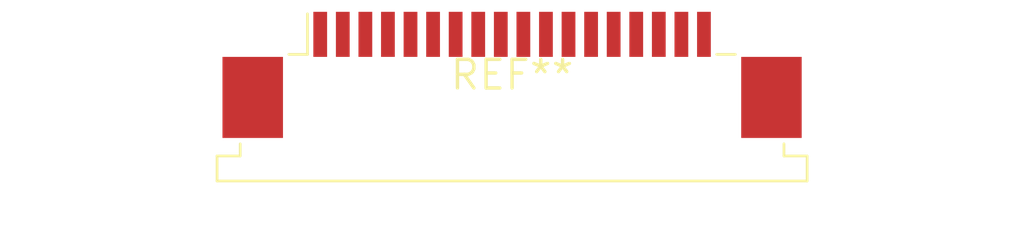
<source format=kicad_pcb>
(kicad_pcb (version 20240108) (generator pcbnew)
  (layers (0 "F.Cu" signal) (31 "B.Cu" signal) (34 "B.Paste" user) (35 "F.Paste" user) (36 "B.SilkS" user "B.Silkscreen") (37 "F.SilkS" user "F.Silkscreen") (38 "B.Mask" user) (39 "F.Mask" user) (44 "Edge.Cuts" user))
  (net 0 "")
  (footprint "TE_1-84952-8_1x18-1MP_P1.0mm_Horizontal" (layer "F.Cu") (at 0 0)
    (property "Reference" "REF**")
    (property "Value" "TE_1-84952-8_1x18-1MP_P1.0mm_Horizontal")
    (fp_line (start -13.07 3.6) (end -12.045 3.6) (layer "F.SilkS") (stroke (width 0.12)))
    (fp_line (start -13.07 4.71) (end -13.07 3.6) (layer "F.SilkS") (stroke (width 0.12)))
    (fp_line (start -12.045 3.6) (end -12.045 3.06) (layer "F.SilkS") (stroke (width 0.12)))
    (fp_line (start -9.89 -0.91) (end -9.065 -0.91) (layer "F.SilkS") (stroke (width 0.12)))
    (fp_line (start -9.065 -0.91) (end -9.065 -2.71) (layer "F.SilkS") (stroke (width 0.12)))
    (fp_line (start 9.065 -0.91) (end 9.89 -0.91) (layer "F.SilkS") (stroke (width 0.12)))
    (fp_line (start 12.045 3.06) (end 12.045 3.6) (layer "F.SilkS") (stroke (width 0.12)))
    (fp_line (start 12.045 3.6) (end 13.07 3.6) (layer "F.SilkS") (stroke (width 0.12)))
    (fp_line (start 13.07 3.6) (end 13.07 4.71) (layer "F.SilkS") (stroke (width 0.12)))
    (fp_line (start 13.07 4.71) (end -13.07 4.71) (layer "F.SilkS") (stroke (width 0.12)))
    (pad "1" smd rect (at -8.5 -1.8) (size 0.61 2) (layers "F.Cu" "F.Paste" "F.Mask"))
    (pad "2" smd rect (at -7.5 -1.8) (size 0.61 2) (layers "F.Cu" "F.Paste" "F.Mask"))
    (pad "3" smd rect (at -6.5 -1.8) (size 0.61 2) (layers "F.Cu" "F.Paste" "F.Mask"))
    (pad "4" smd rect (at -5.5 -1.8) (size 0.61 2) (layers "F.Cu" "F.Paste" "F.Mask"))
    (pad "5" smd rect (at -4.5 -1.8) (size 0.61 2) (layers "F.Cu" "F.Paste" "F.Mask"))
    (pad "6" smd rect (at -3.5 -1.8) (size 0.61 2) (layers "F.Cu" "F.Paste" "F.Mask"))
    (pad "7" smd rect (at -2.5 -1.8) (size 0.61 2) (layers "F.Cu" "F.Paste" "F.Mask"))
    (pad "8" smd rect (at -1.5 -1.8) (size 0.61 2) (layers "F.Cu" "F.Paste" "F.Mask"))
    (pad "9" smd rect (at -0.5 -1.8) (size 0.61 2) (layers "F.Cu" "F.Paste" "F.Mask"))
    (pad "10" smd rect (at 0.5 -1.8) (size 0.61 2) (layers "F.Cu" "F.Paste" "F.Mask"))
    (pad "11" smd rect (at 1.5 -1.8) (size 0.61 2) (layers "F.Cu" "F.Paste" "F.Mask"))
    (pad "12" smd rect (at 2.5 -1.8) (size 0.61 2) (layers "F.Cu" "F.Paste" "F.Mask"))
    (pad "13" smd rect (at 3.5 -1.8) (size 0.61 2) (layers "F.Cu" "F.Paste" "F.Mask"))
    (pad "14" smd rect (at 4.5 -1.8) (size 0.61 2) (layers "F.Cu" "F.Paste" "F.Mask"))
    (pad "15" smd rect (at 5.5 -1.8) (size 0.61 2) (layers "F.Cu" "F.Paste" "F.Mask"))
    (pad "16" smd rect (at 6.5 -1.8) (size 0.61 2) (layers "F.Cu" "F.Paste" "F.Mask"))
    (pad "17" smd rect (at 7.5 -1.8) (size 0.61 2) (layers "F.Cu" "F.Paste" "F.Mask"))
    (pad "18" smd rect (at 8.5 -1.8) (size 0.61 2) (layers "F.Cu" "F.Paste" "F.Mask"))
    (pad "MP" smd rect (at -11.49 1) (size 2.68 3.6) (layers "F.Cu" "F.Paste" "F.Mask"))
    (pad "MP" smd rect (at 11.49 1) (size 2.68 3.6) (layers "F.Cu" "F.Paste" "F.Mask"))
  )
)
</source>
